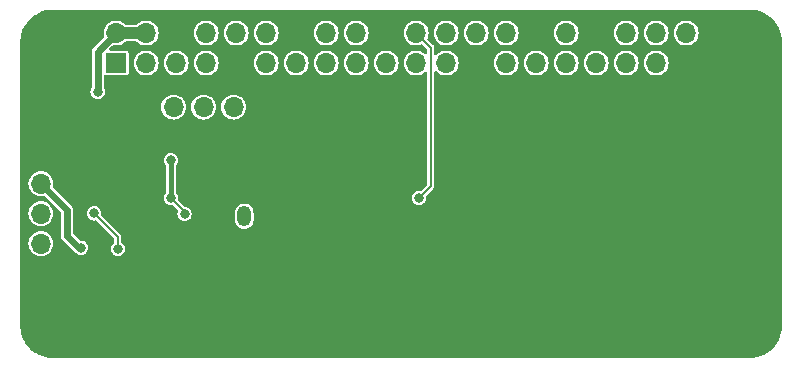
<source format=gbl>
G04 #@! TF.GenerationSoftware,KiCad,Pcbnew,7.0.7*
G04 #@! TF.CreationDate,2023-12-10T12:53:01-04:00*
G04 #@! TF.ProjectId,pi zero hat,7069207a-6572-46f2-9068-61742e6b6963,rev?*
G04 #@! TF.SameCoordinates,Original*
G04 #@! TF.FileFunction,Copper,L2,Bot*
G04 #@! TF.FilePolarity,Positive*
%FSLAX46Y46*%
G04 Gerber Fmt 4.6, Leading zero omitted, Abs format (unit mm)*
G04 Created by KiCad (PCBNEW 7.0.7) date 2023-12-10 12:53:01*
%MOMM*%
%LPD*%
G01*
G04 APERTURE LIST*
G04 Aperture macros list*
%AMRoundRect*
0 Rectangle with rounded corners*
0 $1 Rounding radius*
0 $2 $3 $4 $5 $6 $7 $8 $9 X,Y pos of 4 corners*
0 Add a 4 corners polygon primitive as box body*
4,1,4,$2,$3,$4,$5,$6,$7,$8,$9,$2,$3,0*
0 Add four circle primitives for the rounded corners*
1,1,$1+$1,$2,$3*
1,1,$1+$1,$4,$5*
1,1,$1+$1,$6,$7*
1,1,$1+$1,$8,$9*
0 Add four rect primitives between the rounded corners*
20,1,$1+$1,$2,$3,$4,$5,0*
20,1,$1+$1,$4,$5,$6,$7,0*
20,1,$1+$1,$6,$7,$8,$9,0*
20,1,$1+$1,$8,$9,$2,$3,0*%
G04 Aperture macros list end*
G04 #@! TA.AperFunction,ComponentPad*
%ADD10RoundRect,0.250000X-0.350000X-0.625000X0.350000X-0.625000X0.350000X0.625000X-0.350000X0.625000X0*%
G04 #@! TD*
G04 #@! TA.AperFunction,ComponentPad*
%ADD11O,1.200000X1.750000*%
G04 #@! TD*
G04 #@! TA.AperFunction,ComponentPad*
%ADD12R,1.700000X1.700000*%
G04 #@! TD*
G04 #@! TA.AperFunction,ComponentPad*
%ADD13O,1.700000X1.700000*%
G04 #@! TD*
G04 #@! TA.AperFunction,ViaPad*
%ADD14C,0.800000*%
G04 #@! TD*
G04 #@! TA.AperFunction,Conductor*
%ADD15C,0.200000*%
G04 #@! TD*
G04 #@! TA.AperFunction,Conductor*
%ADD16C,0.600000*%
G04 #@! TD*
G04 #@! TA.AperFunction,Conductor*
%ADD17C,1.000000*%
G04 #@! TD*
G04 #@! TA.AperFunction,Conductor*
%ADD18C,0.400000*%
G04 #@! TD*
G04 APERTURE END LIST*
D10*
X117200000Y-87750000D03*
D11*
X119200000Y-87750000D03*
D12*
X108370000Y-74770000D03*
D13*
X108370000Y-72230000D03*
X110910000Y-74770000D03*
X110910000Y-72230000D03*
X113450000Y-74770000D03*
X113450000Y-72230000D03*
X115990000Y-74770000D03*
X115990000Y-72230000D03*
X118530000Y-74770000D03*
X118530000Y-72230000D03*
X121070000Y-74770000D03*
X121070000Y-72230000D03*
X123610000Y-74770000D03*
X123610000Y-72230000D03*
X126150000Y-74770000D03*
X126150000Y-72230000D03*
X128690000Y-74770000D03*
X128690000Y-72230000D03*
X131230000Y-74770000D03*
X131230000Y-72230000D03*
X133770000Y-74770000D03*
X133770000Y-72230000D03*
X136310000Y-74770000D03*
X136310000Y-72230000D03*
X138850000Y-74770000D03*
X138850000Y-72230000D03*
X141390000Y-74770000D03*
X141390000Y-72230000D03*
X143930000Y-74770000D03*
X143930000Y-72230000D03*
X146470000Y-74770000D03*
X146470000Y-72230000D03*
X149010000Y-74770000D03*
X149010000Y-72230000D03*
X151550000Y-74770000D03*
X151550000Y-72230000D03*
X154090000Y-74770000D03*
X154090000Y-72230000D03*
X156630000Y-74770000D03*
X156630000Y-72230000D03*
D12*
X110700000Y-78500000D03*
D13*
X113240000Y-78500000D03*
X115780000Y-78500000D03*
X118320000Y-78500000D03*
D12*
X102000000Y-82450000D03*
D13*
X102000000Y-84990000D03*
X102000000Y-87530000D03*
X102000000Y-90070000D03*
D14*
X149650000Y-98750000D03*
X149950000Y-80800000D03*
X154650000Y-98750000D03*
X108050000Y-76750000D03*
X121050000Y-99200000D03*
X114150000Y-81550000D03*
X123400000Y-78800000D03*
X133920000Y-96250000D03*
X142450000Y-82550000D03*
X140300000Y-85950000D03*
X147150000Y-98750000D03*
X150850000Y-93800000D03*
X116640000Y-91580000D03*
X156250000Y-81300000D03*
X130200000Y-80900000D03*
X130300000Y-92150000D03*
X119300000Y-80700000D03*
X115950000Y-99150000D03*
X119830000Y-91230000D03*
X147800000Y-90350000D03*
X139650000Y-98750000D03*
X108450000Y-99150000D03*
X142150000Y-98750000D03*
X137900000Y-91350000D03*
X121850000Y-76550000D03*
X107600000Y-86400000D03*
X127040000Y-87450000D03*
X104050000Y-91300000D03*
X115050000Y-91580000D03*
X111550000Y-82250000D03*
X112175000Y-97995000D03*
X146400000Y-93250000D03*
X110950000Y-99150000D03*
X150650000Y-77150000D03*
X145400000Y-76800000D03*
X132700000Y-80900000D03*
X137600000Y-96400000D03*
X129200000Y-96100000D03*
X117650000Y-76350000D03*
X147550000Y-94550000D03*
X152150000Y-98750000D03*
X157000000Y-77500000D03*
X136550000Y-89500000D03*
X136350000Y-80900000D03*
X113450000Y-99150000D03*
X124400000Y-80600000D03*
X111750000Y-91230000D03*
X151250000Y-86300000D03*
X127140000Y-83080000D03*
X124400000Y-85500000D03*
X122750000Y-83550000D03*
X157150000Y-98750000D03*
X104800000Y-80200000D03*
X109075000Y-97295000D03*
X142100000Y-87200000D03*
X132500000Y-90550000D03*
X103400000Y-80200000D03*
X105650000Y-86500000D03*
X121860000Y-93380000D03*
X120100000Y-83350000D03*
X101100000Y-93000000D03*
X108300000Y-83450000D03*
X144650000Y-98750000D03*
X141800000Y-80800000D03*
X106150000Y-84100000D03*
X120850000Y-85300000D03*
X138700000Y-81000000D03*
X130400000Y-95950000D03*
X140550000Y-96500000D03*
X118450000Y-99150000D03*
X105000000Y-76800000D03*
X127800000Y-80800000D03*
X148750000Y-85900000D03*
X103200000Y-77000000D03*
X134000000Y-86200000D03*
X106800000Y-77200000D03*
X105400000Y-90400000D03*
X114159622Y-87559622D03*
X113000000Y-83000000D03*
X113000000Y-86200000D03*
X106500000Y-87500000D03*
X108500000Y-90500000D03*
D15*
X135000000Y-85200000D02*
X134000000Y-86200000D01*
X135000000Y-84150000D02*
X135000000Y-85200000D01*
X135000000Y-73460000D02*
X135000000Y-84150000D01*
X133770000Y-72230000D02*
X135000000Y-73460000D01*
D16*
X102000000Y-84990000D02*
X104200000Y-87190000D01*
X105200000Y-90400000D02*
X105400000Y-90400000D01*
X104200000Y-87190000D02*
X104200000Y-89400000D01*
X104200000Y-89400000D02*
X105200000Y-90400000D01*
D17*
X110910000Y-72230000D02*
X108370000Y-72230000D01*
D16*
X106800000Y-73800000D02*
X106800000Y-77200000D01*
X108370000Y-72230000D02*
X106800000Y-73800000D01*
D15*
X105600000Y-90200000D02*
X105400000Y-90400000D01*
X114159622Y-87359622D02*
X113000000Y-86200000D01*
X114159622Y-87759622D02*
X114159622Y-87559622D01*
D18*
X113000000Y-83000000D02*
X113000000Y-86200000D01*
D15*
X114159622Y-87559622D02*
X114159622Y-87359622D01*
X108500000Y-90500000D02*
X108500000Y-89500000D01*
X108500000Y-89500000D02*
X106500000Y-87500000D01*
G04 #@! TA.AperFunction,Conductor*
G36*
X162001735Y-70250598D02*
G01*
X162152467Y-70259062D01*
X162304376Y-70267593D01*
X162311269Y-70268369D01*
X162552899Y-70309424D01*
X162608383Y-70318852D01*
X162615167Y-70320400D01*
X162904756Y-70403829D01*
X162911320Y-70406126D01*
X163189754Y-70521456D01*
X163196002Y-70524466D01*
X163384070Y-70628407D01*
X163459771Y-70670246D01*
X163465663Y-70673948D01*
X163711441Y-70848337D01*
X163716882Y-70852675D01*
X163941591Y-71053488D01*
X163946511Y-71058408D01*
X164147324Y-71283117D01*
X164151662Y-71288558D01*
X164326051Y-71534336D01*
X164329753Y-71540228D01*
X164475529Y-71803988D01*
X164478548Y-71810257D01*
X164593872Y-72088676D01*
X164596170Y-72095243D01*
X164679599Y-72384832D01*
X164681147Y-72391616D01*
X164731628Y-72688718D01*
X164732407Y-72695632D01*
X164749402Y-72998263D01*
X164749500Y-73001740D01*
X164749500Y-96998258D01*
X164749402Y-97001735D01*
X164732407Y-97304367D01*
X164731628Y-97311281D01*
X164681147Y-97608383D01*
X164679599Y-97615167D01*
X164596170Y-97904756D01*
X164593872Y-97911323D01*
X164478548Y-98189742D01*
X164475529Y-98196011D01*
X164329753Y-98459771D01*
X164326051Y-98465663D01*
X164151662Y-98711441D01*
X164147324Y-98716882D01*
X163946511Y-98941591D01*
X163941591Y-98946511D01*
X163716882Y-99147324D01*
X163711441Y-99151662D01*
X163465663Y-99326051D01*
X163459771Y-99329753D01*
X163196011Y-99475529D01*
X163189742Y-99478548D01*
X162911323Y-99593872D01*
X162904756Y-99596170D01*
X162615167Y-99679599D01*
X162608383Y-99681147D01*
X162311281Y-99731628D01*
X162304367Y-99732407D01*
X162001735Y-99749402D01*
X161998258Y-99749500D01*
X103001742Y-99749500D01*
X102998265Y-99749402D01*
X102695632Y-99732407D01*
X102688718Y-99731628D01*
X102391616Y-99681147D01*
X102384832Y-99679599D01*
X102095243Y-99596170D01*
X102088676Y-99593872D01*
X101912307Y-99520818D01*
X101810253Y-99478546D01*
X101803988Y-99475529D01*
X101540228Y-99329753D01*
X101534336Y-99326051D01*
X101288558Y-99151662D01*
X101283117Y-99147324D01*
X101058408Y-98946511D01*
X101053488Y-98941591D01*
X100852675Y-98716882D01*
X100848337Y-98711441D01*
X100673948Y-98465663D01*
X100670246Y-98459771D01*
X100628407Y-98384070D01*
X100524466Y-98196002D01*
X100521456Y-98189754D01*
X100406126Y-97911320D01*
X100403829Y-97904756D01*
X100320400Y-97615167D01*
X100318852Y-97608383D01*
X100301998Y-97509188D01*
X100268369Y-97311269D01*
X100267593Y-97304376D01*
X100259062Y-97152467D01*
X100250598Y-97001735D01*
X100250500Y-96998258D01*
X100250500Y-96955829D01*
X100250500Y-90069999D01*
X100944417Y-90069999D01*
X100964699Y-90275932D01*
X100994733Y-90374944D01*
X101024768Y-90473954D01*
X101122315Y-90656450D01*
X101122571Y-90656762D01*
X101253589Y-90816410D01*
X101286961Y-90843797D01*
X101413550Y-90947685D01*
X101596046Y-91045232D01*
X101794066Y-91105300D01*
X101794065Y-91105300D01*
X101797944Y-91105682D01*
X102000000Y-91125583D01*
X102205934Y-91105300D01*
X102403954Y-91045232D01*
X102586450Y-90947685D01*
X102746410Y-90816410D01*
X102877685Y-90656450D01*
X102975232Y-90473954D01*
X103035300Y-90275934D01*
X103055583Y-90070000D01*
X103035300Y-89864066D01*
X102975232Y-89666046D01*
X102877685Y-89483550D01*
X102764955Y-89346187D01*
X102746410Y-89323589D01*
X102586452Y-89192317D01*
X102586453Y-89192317D01*
X102586450Y-89192315D01*
X102403954Y-89094768D01*
X102205934Y-89034700D01*
X102205932Y-89034699D01*
X102205934Y-89034699D01*
X102018463Y-89016235D01*
X102000000Y-89014417D01*
X101999999Y-89014417D01*
X101794067Y-89034699D01*
X101596043Y-89094769D01*
X101485897Y-89153643D01*
X101413550Y-89192315D01*
X101413548Y-89192316D01*
X101413547Y-89192317D01*
X101253589Y-89323589D01*
X101131663Y-89472159D01*
X101122315Y-89483550D01*
X101107108Y-89512000D01*
X101024769Y-89666043D01*
X100964699Y-89864067D01*
X100944417Y-90069999D01*
X100250500Y-90069999D01*
X100250500Y-87530000D01*
X100944417Y-87530000D01*
X100964699Y-87735932D01*
X100964700Y-87735934D01*
X101024768Y-87933954D01*
X101122315Y-88116450D01*
X101122317Y-88116452D01*
X101253589Y-88276410D01*
X101350209Y-88355702D01*
X101413550Y-88407685D01*
X101596046Y-88505232D01*
X101794066Y-88565300D01*
X101794065Y-88565300D01*
X101812529Y-88567118D01*
X102000000Y-88585583D01*
X102205934Y-88565300D01*
X102403954Y-88505232D01*
X102586450Y-88407685D01*
X102746410Y-88276410D01*
X102877685Y-88116450D01*
X102975232Y-87933954D01*
X103035300Y-87735934D01*
X103055583Y-87530000D01*
X103035300Y-87324066D01*
X102975232Y-87126046D01*
X102877685Y-86943550D01*
X102801156Y-86850298D01*
X102794528Y-86842222D01*
X102767216Y-86777912D01*
X102769917Y-86762132D01*
X102707014Y-86748449D01*
X102687777Y-86735471D01*
X102631919Y-86689630D01*
X102586450Y-86652315D01*
X102403954Y-86554768D01*
X102205934Y-86494700D01*
X102205932Y-86494699D01*
X102205934Y-86494699D01*
X102000000Y-86474417D01*
X101794067Y-86494699D01*
X101596043Y-86554769D01*
X101486618Y-86613259D01*
X101413550Y-86652315D01*
X101413548Y-86652316D01*
X101413547Y-86652317D01*
X101253589Y-86783589D01*
X101122317Y-86943547D01*
X101122315Y-86943550D01*
X101093026Y-86998346D01*
X101024769Y-87126043D01*
X100964699Y-87324067D01*
X100944417Y-87530000D01*
X100250500Y-87530000D01*
X100250500Y-84990000D01*
X100944417Y-84990000D01*
X100964699Y-85195932D01*
X100980872Y-85249247D01*
X101024768Y-85393954D01*
X101122315Y-85576450D01*
X101122317Y-85576452D01*
X101253589Y-85736410D01*
X101296613Y-85771718D01*
X101413550Y-85867685D01*
X101596046Y-85965232D01*
X101794066Y-86025300D01*
X101794065Y-86025300D01*
X101812529Y-86027118D01*
X102000000Y-86045583D01*
X102205934Y-86025300D01*
X102228069Y-86018584D01*
X102297936Y-86017959D01*
X102351749Y-86049563D01*
X102854122Y-86551936D01*
X102887607Y-86613259D01*
X102885569Y-86641755D01*
X102893702Y-86639602D01*
X102960190Y-86661075D01*
X102978063Y-86675877D01*
X103663181Y-87360995D01*
X103696666Y-87422318D01*
X103699500Y-87448676D01*
X103699500Y-89332858D01*
X103696667Y-89359206D01*
X103695641Y-89363927D01*
X103695641Y-89363929D01*
X103695641Y-89363930D01*
X103699342Y-89415669D01*
X103699500Y-89420094D01*
X103699500Y-89435799D01*
X103701734Y-89451343D01*
X103702207Y-89455740D01*
X103705909Y-89507485D01*
X103707593Y-89512000D01*
X103714148Y-89537682D01*
X103714834Y-89542455D01*
X103714835Y-89542457D01*
X103736383Y-89589642D01*
X103738071Y-89593716D01*
X103756203Y-89642329D01*
X103759096Y-89646194D01*
X103772617Y-89668983D01*
X103774619Y-89673367D01*
X103774622Y-89673371D01*
X103774623Y-89673373D01*
X103808598Y-89712583D01*
X103811362Y-89716013D01*
X103820775Y-89728588D01*
X103820782Y-89728596D01*
X103831886Y-89739700D01*
X103834896Y-89742932D01*
X103862810Y-89775147D01*
X103868871Y-89782142D01*
X103868874Y-89782145D01*
X103872928Y-89784750D01*
X103893571Y-89801385D01*
X104798614Y-90706428D01*
X104815246Y-90727066D01*
X104817854Y-90731125D01*
X104817857Y-90731128D01*
X104857067Y-90765103D01*
X104860283Y-90768097D01*
X104871407Y-90779221D01*
X104871412Y-90779224D01*
X104871417Y-90779229D01*
X104883979Y-90788633D01*
X104887427Y-90791411D01*
X104917947Y-90817856D01*
X104926627Y-90825377D01*
X104931010Y-90827379D01*
X104953807Y-90840905D01*
X104957669Y-90843796D01*
X105006289Y-90861930D01*
X105010356Y-90863615D01*
X105015865Y-90866131D01*
X105039826Y-90880543D01*
X105077260Y-90909267D01*
X105097159Y-90924536D01*
X105097161Y-90924536D01*
X105097163Y-90924538D01*
X105170198Y-90954789D01*
X105243238Y-90985044D01*
X105321619Y-90995363D01*
X105399999Y-91005682D01*
X105400000Y-91005682D01*
X105400001Y-91005682D01*
X105452253Y-90998802D01*
X105556762Y-90985044D01*
X105702841Y-90924536D01*
X105828282Y-90828282D01*
X105924536Y-90702841D01*
X105985044Y-90556762D01*
X106005682Y-90400000D01*
X105985044Y-90243238D01*
X105924536Y-90097159D01*
X105828282Y-89971718D01*
X105702841Y-89875464D01*
X105675326Y-89864067D01*
X105556762Y-89814956D01*
X105556760Y-89814955D01*
X105400002Y-89794318D01*
X105400000Y-89794318D01*
X105388395Y-89795845D01*
X105374140Y-89797722D01*
X105305105Y-89786954D01*
X105270277Y-89762463D01*
X104736819Y-89229005D01*
X104703334Y-89167682D01*
X104700500Y-89141324D01*
X104700500Y-87500001D01*
X105894318Y-87500001D01*
X105914955Y-87656760D01*
X105914956Y-87656762D01*
X105975464Y-87802841D01*
X106071718Y-87928282D01*
X106197159Y-88024536D01*
X106343238Y-88085044D01*
X106400936Y-88092640D01*
X106499999Y-88105682D01*
X106500000Y-88105682D01*
X106599061Y-88092640D01*
X106668096Y-88103405D01*
X106702927Y-88127898D01*
X108163181Y-89588152D01*
X108196666Y-89649475D01*
X108199500Y-89675833D01*
X108199500Y-89912518D01*
X108179815Y-89979557D01*
X108150986Y-90010894D01*
X108071719Y-90071716D01*
X107975463Y-90197160D01*
X107914956Y-90343237D01*
X107914955Y-90343239D01*
X107894318Y-90499998D01*
X107894318Y-90500001D01*
X107914955Y-90656760D01*
X107914956Y-90656762D01*
X107970729Y-90791411D01*
X107975464Y-90802841D01*
X108071718Y-90928282D01*
X108197159Y-91024536D01*
X108343238Y-91085044D01*
X108421619Y-91095363D01*
X108499999Y-91105682D01*
X108500000Y-91105682D01*
X108500001Y-91105682D01*
X108552253Y-91098802D01*
X108656762Y-91085044D01*
X108802841Y-91024536D01*
X108928282Y-90928282D01*
X109024536Y-90802841D01*
X109085044Y-90656762D01*
X109105682Y-90500000D01*
X109085044Y-90343238D01*
X109024536Y-90197159D01*
X108928282Y-90071718D01*
X108928280Y-90071717D01*
X108928280Y-90071716D01*
X108849014Y-90010894D01*
X108807811Y-89954466D01*
X108800500Y-89912518D01*
X108800500Y-89562838D01*
X108801095Y-89554262D01*
X108802771Y-89542239D01*
X108802773Y-89542235D01*
X108800566Y-89494490D01*
X108800500Y-89491627D01*
X108800500Y-89472159D01*
X108800499Y-89472153D01*
X108800009Y-89469533D01*
X108799016Y-89460980D01*
X108798672Y-89453538D01*
X108797585Y-89430008D01*
X108794788Y-89423675D01*
X108786332Y-89396368D01*
X108785061Y-89389567D01*
X108768736Y-89363202D01*
X108764735Y-89355612D01*
X108752206Y-89327235D01*
X108747309Y-89322338D01*
X108729563Y-89299934D01*
X108725918Y-89294047D01*
X108701172Y-89275360D01*
X108694694Y-89269723D01*
X107127897Y-87702926D01*
X107094413Y-87641604D01*
X107092640Y-87599063D01*
X107105682Y-87500000D01*
X107096472Y-87430046D01*
X107085044Y-87343239D01*
X107085044Y-87343238D01*
X107024536Y-87197159D01*
X106928282Y-87071718D01*
X106802841Y-86975464D01*
X106796257Y-86972737D01*
X106656762Y-86914956D01*
X106656760Y-86914955D01*
X106500001Y-86894318D01*
X106499999Y-86894318D01*
X106343239Y-86914955D01*
X106343237Y-86914956D01*
X106197160Y-86975463D01*
X106071718Y-87071718D01*
X105975463Y-87197160D01*
X105914956Y-87343237D01*
X105914955Y-87343239D01*
X105894318Y-87499998D01*
X105894318Y-87500001D01*
X104700500Y-87500001D01*
X104700500Y-87257143D01*
X104703334Y-87230785D01*
X104704359Y-87226073D01*
X104700658Y-87174329D01*
X104700500Y-87169904D01*
X104700500Y-87154201D01*
X104698264Y-87138657D01*
X104697791Y-87134254D01*
X104697204Y-87126043D01*
X104694091Y-87082517D01*
X104692407Y-87078002D01*
X104685850Y-87052312D01*
X104685165Y-87047543D01*
X104679475Y-87035085D01*
X104663616Y-87000359D01*
X104661932Y-86996295D01*
X104643796Y-86947669D01*
X104640905Y-86943807D01*
X104627379Y-86921010D01*
X104625377Y-86916627D01*
X104617856Y-86907947D01*
X104591411Y-86877427D01*
X104588633Y-86873979D01*
X104579229Y-86861417D01*
X104579224Y-86861412D01*
X104579221Y-86861407D01*
X104568097Y-86850283D01*
X104565103Y-86847067D01*
X104531128Y-86807857D01*
X104531125Y-86807854D01*
X104527066Y-86805246D01*
X104506428Y-86788614D01*
X103917815Y-86200001D01*
X112394318Y-86200001D01*
X112414955Y-86356760D01*
X112414956Y-86356762D01*
X112475464Y-86502841D01*
X112571718Y-86628282D01*
X112697159Y-86724536D01*
X112843238Y-86785044D01*
X112900936Y-86792640D01*
X112999999Y-86805682D01*
X113000000Y-86805682D01*
X113099061Y-86792640D01*
X113168096Y-86803405D01*
X113202927Y-86827898D01*
X113575539Y-87200510D01*
X113609024Y-87261833D01*
X113604040Y-87331525D01*
X113602420Y-87335642D01*
X113574578Y-87402860D01*
X113574577Y-87402861D01*
X113553940Y-87559620D01*
X113553940Y-87559623D01*
X113574577Y-87716382D01*
X113574578Y-87716384D01*
X113635086Y-87862463D01*
X113731340Y-87987904D01*
X113856781Y-88084158D01*
X114002860Y-88144666D01*
X114081241Y-88154985D01*
X114159621Y-88165304D01*
X114159622Y-88165304D01*
X114159623Y-88165304D01*
X114211875Y-88158424D01*
X114316384Y-88144666D01*
X114462463Y-88084158D01*
X114480966Y-88069960D01*
X118399500Y-88069960D01*
X118414630Y-88204249D01*
X118414631Y-88204254D01*
X118474211Y-88374523D01*
X118556340Y-88505230D01*
X118570184Y-88527262D01*
X118697738Y-88654816D01*
X118850478Y-88750789D01*
X119020745Y-88810368D01*
X119020750Y-88810369D01*
X119199996Y-88830565D01*
X119200000Y-88830565D01*
X119200004Y-88830565D01*
X119379249Y-88810369D01*
X119379252Y-88810368D01*
X119379255Y-88810368D01*
X119549522Y-88750789D01*
X119702262Y-88654816D01*
X119829816Y-88527262D01*
X119925789Y-88374522D01*
X119985368Y-88204255D01*
X120000500Y-88069954D01*
X120000500Y-87430046D01*
X119990719Y-87343237D01*
X119985369Y-87295750D01*
X119985368Y-87295745D01*
X119967196Y-87243812D01*
X119925789Y-87125478D01*
X119829816Y-86972738D01*
X119702262Y-86845184D01*
X119674752Y-86827898D01*
X119549523Y-86749211D01*
X119379254Y-86689631D01*
X119379249Y-86689630D01*
X119200004Y-86669435D01*
X119199996Y-86669435D01*
X119020750Y-86689630D01*
X119020745Y-86689631D01*
X118850476Y-86749211D01*
X118697737Y-86845184D01*
X118570184Y-86972737D01*
X118474211Y-87125476D01*
X118414631Y-87295745D01*
X118414630Y-87295750D01*
X118399500Y-87430039D01*
X118399500Y-88069960D01*
X114480966Y-88069960D01*
X114587904Y-87987904D01*
X114684158Y-87862463D01*
X114744666Y-87716384D01*
X114765304Y-87559622D01*
X114757454Y-87499998D01*
X114744666Y-87402861D01*
X114744666Y-87402860D01*
X114684158Y-87256781D01*
X114587904Y-87131340D01*
X114462463Y-87035086D01*
X114316384Y-86974578D01*
X114258575Y-86966967D01*
X114223566Y-86962358D01*
X114159670Y-86934091D01*
X114152071Y-86927100D01*
X113627898Y-86402927D01*
X113594413Y-86341604D01*
X113592640Y-86299063D01*
X113605682Y-86200000D01*
X113585044Y-86043238D01*
X113524536Y-85897159D01*
X113524535Y-85897158D01*
X113524535Y-85897157D01*
X113426123Y-85768903D01*
X113400929Y-85703734D01*
X113400499Y-85693417D01*
X113400499Y-83506582D01*
X113420184Y-83439543D01*
X113426123Y-83431096D01*
X113524535Y-83302842D01*
X113524534Y-83302842D01*
X113524536Y-83302841D01*
X113585044Y-83156762D01*
X113605682Y-83000000D01*
X113585044Y-82843238D01*
X113524536Y-82697159D01*
X113428282Y-82571718D01*
X113302841Y-82475464D01*
X113156762Y-82414956D01*
X113156760Y-82414955D01*
X113000001Y-82394318D01*
X112999999Y-82394318D01*
X112843239Y-82414955D01*
X112843237Y-82414956D01*
X112697160Y-82475463D01*
X112571718Y-82571718D01*
X112475463Y-82697160D01*
X112414956Y-82843237D01*
X112414955Y-82843239D01*
X112394318Y-82999998D01*
X112394318Y-83000001D01*
X112414955Y-83156760D01*
X112414956Y-83156762D01*
X112475464Y-83302841D01*
X112571718Y-83428282D01*
X112571720Y-83428283D01*
X112573876Y-83431093D01*
X112599070Y-83496263D01*
X112599500Y-83506580D01*
X112599500Y-85693419D01*
X112579815Y-85760458D01*
X112573876Y-85768905D01*
X112475464Y-85897157D01*
X112414956Y-86043237D01*
X112414955Y-86043239D01*
X112394318Y-86199998D01*
X112394318Y-86200001D01*
X103917815Y-86200001D01*
X103059563Y-85341749D01*
X103026078Y-85280426D01*
X103028585Y-85218069D01*
X103035300Y-85195934D01*
X103055583Y-84990000D01*
X103035300Y-84784066D01*
X102975232Y-84586046D01*
X102877685Y-84403550D01*
X102825702Y-84340209D01*
X102746410Y-84243589D01*
X102586452Y-84112317D01*
X102586453Y-84112317D01*
X102586450Y-84112315D01*
X102403954Y-84014768D01*
X102205934Y-83954700D01*
X102205932Y-83954699D01*
X102205934Y-83954699D01*
X102018463Y-83936235D01*
X102000000Y-83934417D01*
X101999999Y-83934417D01*
X101794067Y-83954699D01*
X101596043Y-84014769D01*
X101485898Y-84073643D01*
X101413550Y-84112315D01*
X101413548Y-84112316D01*
X101413547Y-84112317D01*
X101253589Y-84243589D01*
X101122317Y-84403547D01*
X101024769Y-84586043D01*
X100964699Y-84784067D01*
X100944417Y-84990000D01*
X100250500Y-84990000D01*
X100250500Y-84989999D01*
X100250500Y-78499999D01*
X112184417Y-78499999D01*
X112204699Y-78705932D01*
X112204700Y-78705934D01*
X112264768Y-78903954D01*
X112362315Y-79086450D01*
X112362317Y-79086452D01*
X112493589Y-79246410D01*
X112590209Y-79325702D01*
X112653550Y-79377685D01*
X112836046Y-79475232D01*
X113034066Y-79535300D01*
X113034065Y-79535300D01*
X113054347Y-79537297D01*
X113240000Y-79555583D01*
X113445934Y-79535300D01*
X113643954Y-79475232D01*
X113826450Y-79377685D01*
X113986410Y-79246410D01*
X114117685Y-79086450D01*
X114215232Y-78903954D01*
X114275300Y-78705934D01*
X114295583Y-78500000D01*
X114295583Y-78499999D01*
X114724417Y-78499999D01*
X114744699Y-78705932D01*
X114744700Y-78705934D01*
X114804768Y-78903954D01*
X114902315Y-79086450D01*
X114902317Y-79086452D01*
X115033589Y-79246410D01*
X115130209Y-79325702D01*
X115193550Y-79377685D01*
X115376046Y-79475232D01*
X115574066Y-79535300D01*
X115574065Y-79535300D01*
X115592529Y-79537118D01*
X115780000Y-79555583D01*
X115985934Y-79535300D01*
X116183954Y-79475232D01*
X116366450Y-79377685D01*
X116526410Y-79246410D01*
X116657685Y-79086450D01*
X116755232Y-78903954D01*
X116815300Y-78705934D01*
X116835583Y-78500000D01*
X116835583Y-78499999D01*
X117264417Y-78499999D01*
X117284699Y-78705932D01*
X117284700Y-78705934D01*
X117344768Y-78903954D01*
X117442315Y-79086450D01*
X117442317Y-79086452D01*
X117573589Y-79246410D01*
X117670209Y-79325702D01*
X117733550Y-79377685D01*
X117916046Y-79475232D01*
X118114066Y-79535300D01*
X118114065Y-79535300D01*
X118134347Y-79537297D01*
X118320000Y-79555583D01*
X118525934Y-79535300D01*
X118723954Y-79475232D01*
X118906450Y-79377685D01*
X119066410Y-79246410D01*
X119197685Y-79086450D01*
X119295232Y-78903954D01*
X119355300Y-78705934D01*
X119375583Y-78500000D01*
X119355300Y-78294066D01*
X119295232Y-78096046D01*
X119197685Y-77913550D01*
X119109161Y-77805682D01*
X119066410Y-77753589D01*
X118948677Y-77656969D01*
X118906450Y-77622315D01*
X118723954Y-77524768D01*
X118525934Y-77464700D01*
X118525932Y-77464699D01*
X118525934Y-77464699D01*
X118320000Y-77444417D01*
X118114067Y-77464699D01*
X117916043Y-77524769D01*
X117805897Y-77583643D01*
X117733550Y-77622315D01*
X117733548Y-77622316D01*
X117733547Y-77622317D01*
X117573589Y-77753589D01*
X117442317Y-77913547D01*
X117344769Y-78096043D01*
X117284699Y-78294067D01*
X117264417Y-78499999D01*
X116835583Y-78499999D01*
X116815300Y-78294066D01*
X116755232Y-78096046D01*
X116657685Y-77913550D01*
X116569161Y-77805682D01*
X116526410Y-77753589D01*
X116408677Y-77656969D01*
X116366450Y-77622315D01*
X116183954Y-77524768D01*
X115985934Y-77464700D01*
X115985932Y-77464699D01*
X115985934Y-77464699D01*
X115798463Y-77446235D01*
X115780000Y-77444417D01*
X115779999Y-77444417D01*
X115574067Y-77464699D01*
X115376043Y-77524769D01*
X115265897Y-77583643D01*
X115193550Y-77622315D01*
X115193548Y-77622316D01*
X115193547Y-77622317D01*
X115033589Y-77753589D01*
X114902317Y-77913547D01*
X114804769Y-78096043D01*
X114744699Y-78294067D01*
X114724417Y-78499999D01*
X114295583Y-78499999D01*
X114275300Y-78294066D01*
X114215232Y-78096046D01*
X114117685Y-77913550D01*
X114029161Y-77805682D01*
X113986410Y-77753589D01*
X113868677Y-77656969D01*
X113826450Y-77622315D01*
X113643954Y-77524768D01*
X113445934Y-77464700D01*
X113445932Y-77464699D01*
X113445934Y-77464699D01*
X113240000Y-77444417D01*
X113034067Y-77464699D01*
X112836043Y-77524769D01*
X112725898Y-77583643D01*
X112653550Y-77622315D01*
X112653548Y-77622316D01*
X112653547Y-77622317D01*
X112493589Y-77753589D01*
X112362317Y-77913547D01*
X112264769Y-78096043D01*
X112204699Y-78294067D01*
X112184417Y-78499999D01*
X100250500Y-78499999D01*
X100250500Y-77200001D01*
X106194318Y-77200001D01*
X106214955Y-77356760D01*
X106214956Y-77356762D01*
X106275464Y-77502841D01*
X106371718Y-77628282D01*
X106497159Y-77724536D01*
X106643238Y-77785044D01*
X106721619Y-77795363D01*
X106799999Y-77805682D01*
X106800000Y-77805682D01*
X106800001Y-77805682D01*
X106852253Y-77798802D01*
X106956762Y-77785044D01*
X107102841Y-77724536D01*
X107228282Y-77628282D01*
X107324536Y-77502841D01*
X107385044Y-77356762D01*
X107405682Y-77200000D01*
X107385044Y-77043238D01*
X107324536Y-76897159D01*
X107324534Y-76897156D01*
X107320472Y-76890119D01*
X107322213Y-76889113D01*
X107300930Y-76834057D01*
X107300500Y-76823742D01*
X107300500Y-75931857D01*
X107320183Y-75864822D01*
X107372987Y-75819067D01*
X107442146Y-75809123D01*
X107448691Y-75810244D01*
X107500249Y-75820500D01*
X107500252Y-75820500D01*
X109239750Y-75820500D01*
X109239751Y-75820499D01*
X109254568Y-75817552D01*
X109298229Y-75808868D01*
X109298229Y-75808867D01*
X109298231Y-75808867D01*
X109364552Y-75764552D01*
X109408867Y-75698231D01*
X109408867Y-75698229D01*
X109408868Y-75698229D01*
X109420499Y-75639752D01*
X109420500Y-75639750D01*
X109420500Y-74770000D01*
X109854417Y-74770000D01*
X109874699Y-74975932D01*
X109874700Y-74975934D01*
X109934768Y-75173954D01*
X110032315Y-75356450D01*
X110032317Y-75356452D01*
X110163589Y-75516410D01*
X110221708Y-75564106D01*
X110323550Y-75647685D01*
X110506046Y-75745232D01*
X110704066Y-75805300D01*
X110704065Y-75805300D01*
X110724347Y-75807297D01*
X110910000Y-75825583D01*
X111115934Y-75805300D01*
X111313954Y-75745232D01*
X111496450Y-75647685D01*
X111656410Y-75516410D01*
X111787685Y-75356450D01*
X111885232Y-75173954D01*
X111945300Y-74975934D01*
X111965583Y-74770000D01*
X112394417Y-74770000D01*
X112414699Y-74975932D01*
X112414700Y-74975934D01*
X112474768Y-75173954D01*
X112572315Y-75356450D01*
X112572317Y-75356452D01*
X112703589Y-75516410D01*
X112761708Y-75564106D01*
X112863550Y-75647685D01*
X113046046Y-75745232D01*
X113244066Y-75805300D01*
X113244065Y-75805300D01*
X113262529Y-75807118D01*
X113450000Y-75825583D01*
X113655934Y-75805300D01*
X113853954Y-75745232D01*
X114036450Y-75647685D01*
X114196410Y-75516410D01*
X114327685Y-75356450D01*
X114425232Y-75173954D01*
X114485300Y-74975934D01*
X114505583Y-74770000D01*
X114505583Y-74769999D01*
X114934417Y-74769999D01*
X114954699Y-74975932D01*
X114954700Y-74975934D01*
X115014768Y-75173954D01*
X115112315Y-75356450D01*
X115112317Y-75356452D01*
X115243589Y-75516410D01*
X115301708Y-75564106D01*
X115403550Y-75647685D01*
X115586046Y-75745232D01*
X115784066Y-75805300D01*
X115784065Y-75805300D01*
X115804347Y-75807297D01*
X115990000Y-75825583D01*
X116195934Y-75805300D01*
X116393954Y-75745232D01*
X116576450Y-75647685D01*
X116736410Y-75516410D01*
X116867685Y-75356450D01*
X116965232Y-75173954D01*
X117025300Y-74975934D01*
X117045583Y-74770000D01*
X120014417Y-74770000D01*
X120034699Y-74975932D01*
X120034700Y-74975934D01*
X120094768Y-75173954D01*
X120192315Y-75356450D01*
X120192317Y-75356452D01*
X120323589Y-75516410D01*
X120381708Y-75564106D01*
X120483550Y-75647685D01*
X120666046Y-75745232D01*
X120864066Y-75805300D01*
X120864065Y-75805300D01*
X120882529Y-75807118D01*
X121070000Y-75825583D01*
X121275934Y-75805300D01*
X121473954Y-75745232D01*
X121656450Y-75647685D01*
X121816410Y-75516410D01*
X121947685Y-75356450D01*
X122045232Y-75173954D01*
X122105300Y-74975934D01*
X122125583Y-74770000D01*
X122125583Y-74769999D01*
X122554417Y-74769999D01*
X122574699Y-74975932D01*
X122574700Y-74975934D01*
X122634768Y-75173954D01*
X122732315Y-75356450D01*
X122732317Y-75356452D01*
X122863589Y-75516410D01*
X122921708Y-75564106D01*
X123023550Y-75647685D01*
X123206046Y-75745232D01*
X123404066Y-75805300D01*
X123404065Y-75805300D01*
X123422529Y-75807118D01*
X123610000Y-75825583D01*
X123815934Y-75805300D01*
X124013954Y-75745232D01*
X124196450Y-75647685D01*
X124356410Y-75516410D01*
X124487685Y-75356450D01*
X124585232Y-75173954D01*
X124645300Y-74975934D01*
X124665583Y-74770000D01*
X124665583Y-74769999D01*
X125094417Y-74769999D01*
X125114699Y-74975932D01*
X125114700Y-74975934D01*
X125174768Y-75173954D01*
X125272315Y-75356450D01*
X125272317Y-75356452D01*
X125403589Y-75516410D01*
X125461708Y-75564106D01*
X125563550Y-75647685D01*
X125746046Y-75745232D01*
X125944066Y-75805300D01*
X125944065Y-75805300D01*
X125962529Y-75807118D01*
X126150000Y-75825583D01*
X126355934Y-75805300D01*
X126553954Y-75745232D01*
X126736450Y-75647685D01*
X126896410Y-75516410D01*
X127027685Y-75356450D01*
X127125232Y-75173954D01*
X127185300Y-74975934D01*
X127205583Y-74770000D01*
X127634417Y-74770000D01*
X127654699Y-74975932D01*
X127654700Y-74975934D01*
X127714768Y-75173954D01*
X127812315Y-75356450D01*
X127812317Y-75356452D01*
X127943589Y-75516410D01*
X128001708Y-75564106D01*
X128103550Y-75647685D01*
X128286046Y-75745232D01*
X128484066Y-75805300D01*
X128484065Y-75805300D01*
X128504347Y-75807297D01*
X128690000Y-75825583D01*
X128895934Y-75805300D01*
X129093954Y-75745232D01*
X129276450Y-75647685D01*
X129436410Y-75516410D01*
X129567685Y-75356450D01*
X129665232Y-75173954D01*
X129725300Y-74975934D01*
X129745583Y-74770000D01*
X130174417Y-74770000D01*
X130194699Y-74975932D01*
X130194700Y-74975934D01*
X130254768Y-75173954D01*
X130352315Y-75356450D01*
X130352317Y-75356452D01*
X130483589Y-75516410D01*
X130541708Y-75564106D01*
X130643550Y-75647685D01*
X130826046Y-75745232D01*
X131024066Y-75805300D01*
X131024065Y-75805300D01*
X131042529Y-75807118D01*
X131230000Y-75825583D01*
X131435934Y-75805300D01*
X131633954Y-75745232D01*
X131816450Y-75647685D01*
X131976410Y-75516410D01*
X132107685Y-75356450D01*
X132205232Y-75173954D01*
X132265300Y-74975934D01*
X132285583Y-74770000D01*
X132285583Y-74769999D01*
X132714417Y-74769999D01*
X132734699Y-74975932D01*
X132734700Y-74975934D01*
X132794768Y-75173954D01*
X132892315Y-75356450D01*
X132892317Y-75356452D01*
X133023589Y-75516410D01*
X133081708Y-75564106D01*
X133183550Y-75647685D01*
X133366046Y-75745232D01*
X133564066Y-75805300D01*
X133564065Y-75805300D01*
X133584347Y-75807297D01*
X133770000Y-75825583D01*
X133975934Y-75805300D01*
X134173954Y-75745232D01*
X134356450Y-75647685D01*
X134496834Y-75532475D01*
X134561145Y-75505162D01*
X134630013Y-75516953D01*
X134681573Y-75564106D01*
X134699500Y-75628328D01*
X134699500Y-85024166D01*
X134679815Y-85091205D01*
X134663181Y-85111847D01*
X134202926Y-85572101D01*
X134141603Y-85605586D01*
X134099060Y-85607359D01*
X134000001Y-85594318D01*
X133999999Y-85594318D01*
X133843239Y-85614955D01*
X133843237Y-85614956D01*
X133697160Y-85675463D01*
X133571718Y-85771718D01*
X133475463Y-85897160D01*
X133414956Y-86043237D01*
X133414955Y-86043239D01*
X133394318Y-86199998D01*
X133394318Y-86200001D01*
X133414955Y-86356760D01*
X133414956Y-86356762D01*
X133475464Y-86502841D01*
X133571718Y-86628282D01*
X133697159Y-86724536D01*
X133843238Y-86785044D01*
X133900936Y-86792640D01*
X133999999Y-86805682D01*
X134000000Y-86805682D01*
X134000001Y-86805682D01*
X134058032Y-86798042D01*
X134156762Y-86785044D01*
X134302841Y-86724536D01*
X134428282Y-86628282D01*
X134524536Y-86502841D01*
X134585044Y-86356762D01*
X134605682Y-86200000D01*
X134592640Y-86100937D01*
X134603405Y-86031903D01*
X134627895Y-85997075D01*
X135168063Y-85456907D01*
X135174536Y-85451276D01*
X135184224Y-85443959D01*
X135184228Y-85443958D01*
X135216449Y-85408611D01*
X135218357Y-85406613D01*
X135232175Y-85392797D01*
X135233692Y-85390581D01*
X135239017Y-85383856D01*
X135259916Y-85360933D01*
X135262415Y-85354480D01*
X135275750Y-85329183D01*
X135275766Y-85329158D01*
X135279657Y-85323480D01*
X135286757Y-85293285D01*
X135289294Y-85285094D01*
X135300500Y-85256173D01*
X135300500Y-85249247D01*
X135303794Y-85220855D01*
X135305379Y-85214118D01*
X135301094Y-85183405D01*
X135300500Y-85174831D01*
X135300500Y-75542390D01*
X135320185Y-75475351D01*
X135372989Y-75429596D01*
X135442147Y-75419652D01*
X135505703Y-75448677D01*
X135520354Y-75463726D01*
X135563589Y-75516410D01*
X135621708Y-75564106D01*
X135723550Y-75647685D01*
X135906046Y-75745232D01*
X136104066Y-75805300D01*
X136104065Y-75805300D01*
X136122529Y-75807118D01*
X136310000Y-75825583D01*
X136515934Y-75805300D01*
X136713954Y-75745232D01*
X136896450Y-75647685D01*
X137056410Y-75516410D01*
X137187685Y-75356450D01*
X137285232Y-75173954D01*
X137345300Y-74975934D01*
X137365583Y-74770000D01*
X137365583Y-74769999D01*
X140334417Y-74769999D01*
X140354699Y-74975932D01*
X140354700Y-74975934D01*
X140414768Y-75173954D01*
X140512315Y-75356450D01*
X140512317Y-75356452D01*
X140643589Y-75516410D01*
X140701708Y-75564106D01*
X140803550Y-75647685D01*
X140986046Y-75745232D01*
X141184066Y-75805300D01*
X141184065Y-75805300D01*
X141202529Y-75807118D01*
X141390000Y-75825583D01*
X141595934Y-75805300D01*
X141793954Y-75745232D01*
X141976450Y-75647685D01*
X142136410Y-75516410D01*
X142267685Y-75356450D01*
X142365232Y-75173954D01*
X142425300Y-74975934D01*
X142445583Y-74770000D01*
X142445583Y-74769999D01*
X142874417Y-74769999D01*
X142894699Y-74975932D01*
X142894700Y-74975934D01*
X142954768Y-75173954D01*
X143052315Y-75356450D01*
X143052317Y-75356452D01*
X143183589Y-75516410D01*
X143241708Y-75564106D01*
X143343550Y-75647685D01*
X143526046Y-75745232D01*
X143724066Y-75805300D01*
X143724065Y-75805300D01*
X143742529Y-75807118D01*
X143930000Y-75825583D01*
X144135934Y-75805300D01*
X144333954Y-75745232D01*
X144516450Y-75647685D01*
X144676410Y-75516410D01*
X144807685Y-75356450D01*
X144905232Y-75173954D01*
X144965300Y-74975934D01*
X144985583Y-74770000D01*
X145414417Y-74770000D01*
X145434699Y-74975932D01*
X145434700Y-74975934D01*
X145494768Y-75173954D01*
X145592315Y-75356450D01*
X145592317Y-75356452D01*
X145723589Y-75516410D01*
X145781708Y-75564106D01*
X145883550Y-75647685D01*
X146066046Y-75745232D01*
X146264066Y-75805300D01*
X146264065Y-75805300D01*
X146282529Y-75807118D01*
X146470000Y-75825583D01*
X146675934Y-75805300D01*
X146873954Y-75745232D01*
X147056450Y-75647685D01*
X147216410Y-75516410D01*
X147347685Y-75356450D01*
X147445232Y-75173954D01*
X147505300Y-74975934D01*
X147525583Y-74770000D01*
X147954417Y-74770000D01*
X147974699Y-74975932D01*
X147974700Y-74975934D01*
X148034768Y-75173954D01*
X148132315Y-75356450D01*
X148132317Y-75356452D01*
X148263589Y-75516410D01*
X148321708Y-75564106D01*
X148423550Y-75647685D01*
X148606046Y-75745232D01*
X148804066Y-75805300D01*
X148804065Y-75805300D01*
X148822529Y-75807118D01*
X149010000Y-75825583D01*
X149215934Y-75805300D01*
X149413954Y-75745232D01*
X149596450Y-75647685D01*
X149756410Y-75516410D01*
X149887685Y-75356450D01*
X149985232Y-75173954D01*
X150045300Y-74975934D01*
X150065583Y-74770000D01*
X150065583Y-74769999D01*
X150494417Y-74769999D01*
X150514699Y-74975932D01*
X150514700Y-74975934D01*
X150574768Y-75173954D01*
X150672315Y-75356450D01*
X150672317Y-75356452D01*
X150803589Y-75516410D01*
X150861708Y-75564106D01*
X150963550Y-75647685D01*
X151146046Y-75745232D01*
X151344066Y-75805300D01*
X151344065Y-75805300D01*
X151364347Y-75807297D01*
X151550000Y-75825583D01*
X151755934Y-75805300D01*
X151953954Y-75745232D01*
X152136450Y-75647685D01*
X152296410Y-75516410D01*
X152427685Y-75356450D01*
X152525232Y-75173954D01*
X152585300Y-74975934D01*
X152605583Y-74770000D01*
X153034417Y-74770000D01*
X153054699Y-74975932D01*
X153054700Y-74975934D01*
X153114768Y-75173954D01*
X153212315Y-75356450D01*
X153212317Y-75356452D01*
X153343589Y-75516410D01*
X153401708Y-75564106D01*
X153503550Y-75647685D01*
X153686046Y-75745232D01*
X153884066Y-75805300D01*
X153884065Y-75805300D01*
X153902529Y-75807118D01*
X154090000Y-75825583D01*
X154295934Y-75805300D01*
X154493954Y-75745232D01*
X154676450Y-75647685D01*
X154836410Y-75516410D01*
X154967685Y-75356450D01*
X155065232Y-75173954D01*
X155125300Y-74975934D01*
X155145583Y-74770000D01*
X155125300Y-74564066D01*
X155065232Y-74366046D01*
X154967685Y-74183550D01*
X154883765Y-74081292D01*
X154836410Y-74023589D01*
X154686121Y-73900252D01*
X154676450Y-73892315D01*
X154493954Y-73794768D01*
X154295934Y-73734700D01*
X154295932Y-73734699D01*
X154295934Y-73734699D01*
X154108463Y-73716235D01*
X154090000Y-73714417D01*
X154089999Y-73714417D01*
X153884067Y-73734699D01*
X153686043Y-73794769D01*
X153608778Y-73836069D01*
X153503550Y-73892315D01*
X153503548Y-73892316D01*
X153503547Y-73892317D01*
X153343589Y-74023589D01*
X153212317Y-74183547D01*
X153114769Y-74366043D01*
X153054699Y-74564067D01*
X153034417Y-74770000D01*
X152605583Y-74770000D01*
X152585300Y-74564066D01*
X152525232Y-74366046D01*
X152427685Y-74183550D01*
X152343765Y-74081292D01*
X152296410Y-74023589D01*
X152146121Y-73900252D01*
X152136450Y-73892315D01*
X151953954Y-73794768D01*
X151755934Y-73734700D01*
X151755932Y-73734699D01*
X151755934Y-73734699D01*
X151568463Y-73716235D01*
X151550000Y-73714417D01*
X151549999Y-73714417D01*
X151344067Y-73734699D01*
X151146043Y-73794769D01*
X151068778Y-73836069D01*
X150963550Y-73892315D01*
X150963548Y-73892316D01*
X150963547Y-73892317D01*
X150803589Y-74023589D01*
X150672317Y-74183547D01*
X150574769Y-74366043D01*
X150514699Y-74564067D01*
X150494417Y-74769999D01*
X150065583Y-74769999D01*
X150045300Y-74564066D01*
X149985232Y-74366046D01*
X149887685Y-74183550D01*
X149803765Y-74081292D01*
X149756410Y-74023589D01*
X149606121Y-73900252D01*
X149596450Y-73892315D01*
X149413954Y-73794768D01*
X149215934Y-73734700D01*
X149215932Y-73734699D01*
X149215934Y-73734699D01*
X149010000Y-73714417D01*
X148804067Y-73734699D01*
X148606043Y-73794769D01*
X148528778Y-73836069D01*
X148423550Y-73892315D01*
X148423548Y-73892316D01*
X148423547Y-73892317D01*
X148263589Y-74023589D01*
X148132317Y-74183547D01*
X148034769Y-74366043D01*
X147974699Y-74564067D01*
X147954417Y-74770000D01*
X147525583Y-74770000D01*
X147505300Y-74564066D01*
X147445232Y-74366046D01*
X147347685Y-74183550D01*
X147263765Y-74081292D01*
X147216410Y-74023589D01*
X147066121Y-73900252D01*
X147056450Y-73892315D01*
X146873954Y-73794768D01*
X146675934Y-73734700D01*
X146675932Y-73734699D01*
X146675934Y-73734699D01*
X146470000Y-73714417D01*
X146264067Y-73734699D01*
X146066043Y-73794769D01*
X145988778Y-73836069D01*
X145883550Y-73892315D01*
X145883548Y-73892316D01*
X145883547Y-73892317D01*
X145723589Y-74023589D01*
X145592317Y-74183547D01*
X145494769Y-74366043D01*
X145434699Y-74564067D01*
X145414417Y-74770000D01*
X144985583Y-74770000D01*
X144965300Y-74564066D01*
X144905232Y-74366046D01*
X144807685Y-74183550D01*
X144723765Y-74081292D01*
X144676410Y-74023589D01*
X144526121Y-73900252D01*
X144516450Y-73892315D01*
X144333954Y-73794768D01*
X144135934Y-73734700D01*
X144135932Y-73734699D01*
X144135934Y-73734699D01*
X143930000Y-73714417D01*
X143724067Y-73734699D01*
X143526043Y-73794769D01*
X143448778Y-73836069D01*
X143343550Y-73892315D01*
X143343548Y-73892316D01*
X143343547Y-73892317D01*
X143183589Y-74023589D01*
X143052317Y-74183547D01*
X142954769Y-74366043D01*
X142894699Y-74564067D01*
X142874417Y-74769999D01*
X142445583Y-74769999D01*
X142425300Y-74564066D01*
X142365232Y-74366046D01*
X142267685Y-74183550D01*
X142183765Y-74081292D01*
X142136410Y-74023589D01*
X141986121Y-73900252D01*
X141976450Y-73892315D01*
X141793954Y-73794768D01*
X141595934Y-73734700D01*
X141595932Y-73734699D01*
X141595934Y-73734699D01*
X141390000Y-73714417D01*
X141184067Y-73734699D01*
X140986043Y-73794769D01*
X140908778Y-73836069D01*
X140803550Y-73892315D01*
X140803548Y-73892316D01*
X140803547Y-73892317D01*
X140643589Y-74023589D01*
X140512317Y-74183547D01*
X140414769Y-74366043D01*
X140354699Y-74564067D01*
X140334417Y-74769999D01*
X137365583Y-74769999D01*
X137345300Y-74564066D01*
X137285232Y-74366046D01*
X137187685Y-74183550D01*
X137103765Y-74081292D01*
X137056410Y-74023589D01*
X136906121Y-73900252D01*
X136896450Y-73892315D01*
X136713954Y-73794768D01*
X136515934Y-73734700D01*
X136515932Y-73734699D01*
X136515934Y-73734699D01*
X136328463Y-73716235D01*
X136310000Y-73714417D01*
X136309999Y-73714417D01*
X136104067Y-73734699D01*
X135906043Y-73794769D01*
X135828778Y-73836069D01*
X135723550Y-73892315D01*
X135723548Y-73892316D01*
X135723547Y-73892317D01*
X135563589Y-74023590D01*
X135520353Y-74076274D01*
X135462608Y-74115608D01*
X135392763Y-74117479D01*
X135332995Y-74081292D01*
X135302279Y-74018536D01*
X135300500Y-73997609D01*
X135300500Y-73522839D01*
X135301095Y-73514263D01*
X135302771Y-73502240D01*
X135302773Y-73502236D01*
X135300566Y-73454491D01*
X135300500Y-73451628D01*
X135300500Y-73432159D01*
X135300499Y-73432153D01*
X135300009Y-73429533D01*
X135299016Y-73420980D01*
X135298872Y-73417857D01*
X135297585Y-73390009D01*
X135294788Y-73383676D01*
X135286332Y-73356370D01*
X135285061Y-73349567D01*
X135268738Y-73323205D01*
X135264731Y-73315602D01*
X135252207Y-73287237D01*
X135252206Y-73287236D01*
X135252206Y-73287235D01*
X135247309Y-73282338D01*
X135229563Y-73259934D01*
X135228727Y-73258584D01*
X135225919Y-73254048D01*
X135201171Y-73235359D01*
X135194694Y-73229723D01*
X134759298Y-72794327D01*
X134725813Y-72733004D01*
X134730797Y-72663312D01*
X134737618Y-72648197D01*
X134745232Y-72633954D01*
X134805300Y-72435934D01*
X134825583Y-72230000D01*
X135254417Y-72230000D01*
X135274699Y-72435932D01*
X135274700Y-72435934D01*
X135334768Y-72633954D01*
X135432315Y-72816450D01*
X135432317Y-72816452D01*
X135563589Y-72976410D01*
X135660209Y-73055702D01*
X135723550Y-73107685D01*
X135906046Y-73205232D01*
X136104066Y-73265300D01*
X136104065Y-73265300D01*
X136124347Y-73267297D01*
X136310000Y-73285583D01*
X136515934Y-73265300D01*
X136713954Y-73205232D01*
X136896450Y-73107685D01*
X137056410Y-72976410D01*
X137187685Y-72816450D01*
X137285232Y-72633954D01*
X137345300Y-72435934D01*
X137365583Y-72230000D01*
X137794417Y-72230000D01*
X137814699Y-72435932D01*
X137814700Y-72435934D01*
X137874768Y-72633954D01*
X137972315Y-72816450D01*
X137972317Y-72816452D01*
X138103589Y-72976410D01*
X138200209Y-73055702D01*
X138263550Y-73107685D01*
X138446046Y-73205232D01*
X138644066Y-73265300D01*
X138644065Y-73265300D01*
X138662529Y-73267118D01*
X138850000Y-73285583D01*
X139055934Y-73265300D01*
X139253954Y-73205232D01*
X139436450Y-73107685D01*
X139596410Y-72976410D01*
X139727685Y-72816450D01*
X139825232Y-72633954D01*
X139885300Y-72435934D01*
X139905583Y-72230000D01*
X140334417Y-72230000D01*
X140354699Y-72435932D01*
X140354700Y-72435934D01*
X140414768Y-72633954D01*
X140512315Y-72816450D01*
X140512317Y-72816452D01*
X140643589Y-72976410D01*
X140740209Y-73055702D01*
X140803550Y-73107685D01*
X140986046Y-73205232D01*
X141184066Y-73265300D01*
X141184065Y-73265300D01*
X141202529Y-73267118D01*
X141390000Y-73285583D01*
X141595934Y-73265300D01*
X141793954Y-73205232D01*
X141976450Y-73107685D01*
X142136410Y-72976410D01*
X142267685Y-72816450D01*
X142365232Y-72633954D01*
X142425300Y-72435934D01*
X142445583Y-72230000D01*
X145414417Y-72230000D01*
X145434699Y-72435932D01*
X145434700Y-72435934D01*
X145494768Y-72633954D01*
X145592315Y-72816450D01*
X145592317Y-72816452D01*
X145723589Y-72976410D01*
X145820209Y-73055702D01*
X145883550Y-73107685D01*
X146066046Y-73205232D01*
X146264066Y-73265300D01*
X146264065Y-73265300D01*
X146282529Y-73267118D01*
X146470000Y-73285583D01*
X146675934Y-73265300D01*
X146873954Y-73205232D01*
X147056450Y-73107685D01*
X147216410Y-72976410D01*
X147347685Y-72816450D01*
X147445232Y-72633954D01*
X147505300Y-72435934D01*
X147525583Y-72230000D01*
X150494417Y-72230000D01*
X150514699Y-72435932D01*
X150514700Y-72435934D01*
X150574768Y-72633954D01*
X150672315Y-72816450D01*
X150672317Y-72816452D01*
X150803589Y-72976410D01*
X150900209Y-73055702D01*
X150963550Y-73107685D01*
X151146046Y-73205232D01*
X151344066Y-73265300D01*
X151344065Y-73265300D01*
X151364347Y-73267297D01*
X151550000Y-73285583D01*
X151755934Y-73265300D01*
X151953954Y-73205232D01*
X152136450Y-73107685D01*
X152296410Y-72976410D01*
X152427685Y-72816450D01*
X152525232Y-72633954D01*
X152585300Y-72435934D01*
X152605583Y-72230000D01*
X153034417Y-72230000D01*
X153054699Y-72435932D01*
X153054700Y-72435934D01*
X153114768Y-72633954D01*
X153212315Y-72816450D01*
X153212317Y-72816452D01*
X153343589Y-72976410D01*
X153440209Y-73055702D01*
X153503550Y-73107685D01*
X153686046Y-73205232D01*
X153884066Y-73265300D01*
X153884065Y-73265300D01*
X153904347Y-73267297D01*
X154090000Y-73285583D01*
X154295934Y-73265300D01*
X154493954Y-73205232D01*
X154676450Y-73107685D01*
X154836410Y-72976410D01*
X154967685Y-72816450D01*
X155065232Y-72633954D01*
X155125300Y-72435934D01*
X155145583Y-72230000D01*
X155574417Y-72230000D01*
X155594699Y-72435932D01*
X155594700Y-72435934D01*
X155654768Y-72633954D01*
X155752315Y-72816450D01*
X155752317Y-72816452D01*
X155883589Y-72976410D01*
X155980209Y-73055702D01*
X156043550Y-73107685D01*
X156226046Y-73205232D01*
X156424066Y-73265300D01*
X156424065Y-73265300D01*
X156442529Y-73267118D01*
X156630000Y-73285583D01*
X156835934Y-73265300D01*
X157033954Y-73205232D01*
X157216450Y-73107685D01*
X157376410Y-72976410D01*
X157507685Y-72816450D01*
X157605232Y-72633954D01*
X157665300Y-72435934D01*
X157685583Y-72230000D01*
X157665300Y-72024066D01*
X157605232Y-71826046D01*
X157507685Y-71643550D01*
X157455702Y-71580209D01*
X157376410Y-71483589D01*
X157216452Y-71352317D01*
X157216453Y-71352317D01*
X157216450Y-71352315D01*
X157033954Y-71254768D01*
X156835934Y-71194700D01*
X156835932Y-71194699D01*
X156835934Y-71194699D01*
X156630000Y-71174417D01*
X156424067Y-71194699D01*
X156226043Y-71254769D01*
X156115898Y-71313643D01*
X156043550Y-71352315D01*
X156043548Y-71352316D01*
X156043547Y-71352317D01*
X155883589Y-71483589D01*
X155752317Y-71643547D01*
X155654769Y-71826043D01*
X155594699Y-72024067D01*
X155574417Y-72230000D01*
X155145583Y-72230000D01*
X155125300Y-72024066D01*
X155065232Y-71826046D01*
X154967685Y-71643550D01*
X154915702Y-71580209D01*
X154836410Y-71483589D01*
X154676452Y-71352317D01*
X154676453Y-71352317D01*
X154676450Y-71352315D01*
X154493954Y-71254768D01*
X154295934Y-71194700D01*
X154295932Y-71194699D01*
X154295934Y-71194699D01*
X154108463Y-71176235D01*
X154090000Y-71174417D01*
X154089999Y-71174417D01*
X153884067Y-71194699D01*
X153686043Y-71254769D01*
X153575898Y-71313643D01*
X153503550Y-71352315D01*
X153503548Y-71352316D01*
X153503547Y-71352317D01*
X153343589Y-71483589D01*
X153212317Y-71643547D01*
X153114769Y-71826043D01*
X153054699Y-72024067D01*
X153034417Y-72230000D01*
X152605583Y-72230000D01*
X152585300Y-72024066D01*
X152525232Y-71826046D01*
X152427685Y-71643550D01*
X152375702Y-71580209D01*
X152296410Y-71483589D01*
X152136452Y-71352317D01*
X152136453Y-71352317D01*
X152136450Y-71352315D01*
X151953954Y-71254768D01*
X151755934Y-71194700D01*
X151755932Y-71194699D01*
X151755934Y-71194699D01*
X151568463Y-71176235D01*
X151550000Y-71174417D01*
X151549999Y-71174417D01*
X151344067Y-71194699D01*
X151146043Y-71254769D01*
X151035898Y-71313643D01*
X150963550Y-71352315D01*
X150963548Y-71352316D01*
X150963547Y-71352317D01*
X150803589Y-71483589D01*
X150672317Y-71643547D01*
X150574769Y-71826043D01*
X150514699Y-72024067D01*
X150494417Y-72230000D01*
X147525583Y-72230000D01*
X147505300Y-72024066D01*
X147445232Y-71826046D01*
X147347685Y-71643550D01*
X147295702Y-71580209D01*
X147216410Y-71483589D01*
X147056452Y-71352317D01*
X147056453Y-71352317D01*
X147056450Y-71352315D01*
X146873954Y-71254768D01*
X146675934Y-71194700D01*
X146675932Y-71194699D01*
X146675934Y-71194699D01*
X146470000Y-71174417D01*
X146264067Y-71194699D01*
X146066043Y-71254769D01*
X145955898Y-71313643D01*
X145883550Y-71352315D01*
X145883548Y-71352316D01*
X145883547Y-71352317D01*
X145723589Y-71483589D01*
X145592317Y-71643547D01*
X145494769Y-71826043D01*
X145434699Y-72024067D01*
X145414417Y-72230000D01*
X142445583Y-72230000D01*
X142425300Y-72024066D01*
X142365232Y-71826046D01*
X142267685Y-71643550D01*
X142215702Y-71580209D01*
X142136410Y-71483589D01*
X141976452Y-71352317D01*
X141976453Y-71352317D01*
X141976450Y-71352315D01*
X141793954Y-71254768D01*
X141595934Y-71194700D01*
X141595932Y-71194699D01*
X141595934Y-71194699D01*
X141390000Y-71174417D01*
X141184067Y-71194699D01*
X140986043Y-71254769D01*
X140875898Y-71313643D01*
X140803550Y-71352315D01*
X140803548Y-71352316D01*
X140803547Y-71352317D01*
X140643589Y-71483589D01*
X140512317Y-71643547D01*
X140414769Y-71826043D01*
X140354699Y-72024067D01*
X140334417Y-72230000D01*
X139905583Y-72230000D01*
X139885300Y-72024066D01*
X139825232Y-71826046D01*
X139727685Y-71643550D01*
X139675702Y-71580209D01*
X139596410Y-71483589D01*
X139436452Y-71352317D01*
X139436453Y-71352317D01*
X139436450Y-71352315D01*
X139253954Y-71254768D01*
X139055934Y-71194700D01*
X139055932Y-71194699D01*
X139055934Y-71194699D01*
X138850000Y-71174417D01*
X138644067Y-71194699D01*
X138446043Y-71254769D01*
X138335898Y-71313643D01*
X138263550Y-71352315D01*
X138263548Y-71352316D01*
X138263547Y-71352317D01*
X138103589Y-71483589D01*
X137972317Y-71643547D01*
X137874769Y-71826043D01*
X137814699Y-72024067D01*
X137794417Y-72230000D01*
X137365583Y-72230000D01*
X137345300Y-72024066D01*
X137285232Y-71826046D01*
X137187685Y-71643550D01*
X137135702Y-71580209D01*
X137056410Y-71483589D01*
X136896452Y-71352317D01*
X136896453Y-71352317D01*
X136896450Y-71352315D01*
X136713954Y-71254768D01*
X136515934Y-71194700D01*
X136515932Y-71194699D01*
X136515934Y-71194699D01*
X136310000Y-71174417D01*
X136104067Y-71194699D01*
X135906043Y-71254769D01*
X135795898Y-71313643D01*
X135723550Y-71352315D01*
X135723548Y-71352316D01*
X135723547Y-71352317D01*
X135563589Y-71483589D01*
X135432317Y-71643547D01*
X135334769Y-71826043D01*
X135274699Y-72024067D01*
X135254417Y-72230000D01*
X134825583Y-72230000D01*
X134805300Y-72024066D01*
X134745232Y-71826046D01*
X134647685Y-71643550D01*
X134595702Y-71580209D01*
X134516410Y-71483589D01*
X134356452Y-71352317D01*
X134356453Y-71352317D01*
X134356450Y-71352315D01*
X134173954Y-71254768D01*
X133975934Y-71194700D01*
X133975932Y-71194699D01*
X133975934Y-71194699D01*
X133788463Y-71176235D01*
X133770000Y-71174417D01*
X133769999Y-71174417D01*
X133564067Y-71194699D01*
X133366043Y-71254769D01*
X133255898Y-71313643D01*
X133183550Y-71352315D01*
X133183548Y-71352316D01*
X133183547Y-71352317D01*
X133023589Y-71483589D01*
X132892317Y-71643547D01*
X132794769Y-71826043D01*
X132734699Y-72024067D01*
X132714417Y-72230000D01*
X132734699Y-72435932D01*
X132734700Y-72435934D01*
X132794768Y-72633954D01*
X132892315Y-72816450D01*
X132892317Y-72816452D01*
X133023589Y-72976410D01*
X133120209Y-73055702D01*
X133183550Y-73107685D01*
X133366046Y-73205232D01*
X133564066Y-73265300D01*
X133564065Y-73265300D01*
X133582529Y-73267118D01*
X133770000Y-73285583D01*
X133975934Y-73265300D01*
X134173954Y-73205232D01*
X134188191Y-73197621D01*
X134256592Y-73183379D01*
X134321837Y-73208377D01*
X134334326Y-73219298D01*
X134663182Y-73548153D01*
X134696666Y-73609474D01*
X134699500Y-73635832D01*
X134699500Y-73911671D01*
X134679815Y-73978710D01*
X134627011Y-74024465D01*
X134557853Y-74034409D01*
X134496836Y-74007525D01*
X134356453Y-73892317D01*
X134356451Y-73892316D01*
X134356450Y-73892315D01*
X134173954Y-73794768D01*
X133975934Y-73734700D01*
X133975932Y-73734699D01*
X133975934Y-73734699D01*
X133770000Y-73714417D01*
X133564067Y-73734699D01*
X133366043Y-73794769D01*
X133288778Y-73836069D01*
X133183550Y-73892315D01*
X133183548Y-73892316D01*
X133183547Y-73892317D01*
X133023589Y-74023589D01*
X132892317Y-74183547D01*
X132794769Y-74366043D01*
X132734699Y-74564067D01*
X132714417Y-74769999D01*
X132285583Y-74769999D01*
X132265300Y-74564066D01*
X132205232Y-74366046D01*
X132107685Y-74183550D01*
X132023765Y-74081292D01*
X131976410Y-74023589D01*
X131826121Y-73900252D01*
X131816450Y-73892315D01*
X131633954Y-73794768D01*
X131435934Y-73734700D01*
X131435932Y-73734699D01*
X131435934Y-73734699D01*
X131248463Y-73716235D01*
X131230000Y-73714417D01*
X131229999Y-73714417D01*
X131024067Y-73734699D01*
X130826043Y-73794769D01*
X130748778Y-73836069D01*
X130643550Y-73892315D01*
X130643548Y-73892316D01*
X130643547Y-73892317D01*
X130483589Y-74023589D01*
X130352317Y-74183547D01*
X130254769Y-74366043D01*
X130194699Y-74564067D01*
X130174417Y-74770000D01*
X129745583Y-74770000D01*
X129725300Y-74564066D01*
X129665232Y-74366046D01*
X129567685Y-74183550D01*
X129483765Y-74081292D01*
X129436410Y-74023589D01*
X129286121Y-73900252D01*
X129276450Y-73892315D01*
X129093954Y-73794768D01*
X128895934Y-73734700D01*
X128895932Y-73734699D01*
X128895934Y-73734699D01*
X128708463Y-73716235D01*
X128690000Y-73714417D01*
X128689999Y-73714417D01*
X128484067Y-73734699D01*
X128286043Y-73794769D01*
X128208778Y-73836069D01*
X128103550Y-73892315D01*
X128103548Y-73892316D01*
X128103547Y-73892317D01*
X127943589Y-74023589D01*
X127812317Y-74183547D01*
X127714769Y-74366043D01*
X127654699Y-74564067D01*
X127634417Y-74770000D01*
X127205583Y-74770000D01*
X127185300Y-74564066D01*
X127125232Y-74366046D01*
X127027685Y-74183550D01*
X126943765Y-74081292D01*
X126896410Y-74023589D01*
X126746121Y-73900252D01*
X126736450Y-73892315D01*
X126553954Y-73794768D01*
X126355934Y-73734700D01*
X126355932Y-73734699D01*
X126355934Y-73734699D01*
X126150000Y-73714417D01*
X125944067Y-73734699D01*
X125746043Y-73794769D01*
X125668778Y-73836069D01*
X125563550Y-73892315D01*
X125563548Y-73892316D01*
X125563547Y-73892317D01*
X125403589Y-74023589D01*
X125272317Y-74183547D01*
X125174769Y-74366043D01*
X125114699Y-74564067D01*
X125094417Y-74769999D01*
X124665583Y-74769999D01*
X124645300Y-74564066D01*
X124585232Y-74366046D01*
X124487685Y-74183550D01*
X124403765Y-74081292D01*
X124356410Y-74023589D01*
X124206121Y-73900252D01*
X124196450Y-73892315D01*
X124013954Y-73794768D01*
X123815934Y-73734700D01*
X123815932Y-73734699D01*
X123815934Y-73734699D01*
X123610000Y-73714417D01*
X123404067Y-73734699D01*
X123206043Y-73794769D01*
X123128778Y-73836069D01*
X123023550Y-73892315D01*
X123023548Y-73892316D01*
X123023547Y-73892317D01*
X122863589Y-74023589D01*
X122732317Y-74183547D01*
X122634769Y-74366043D01*
X122574699Y-74564067D01*
X122554417Y-74769999D01*
X122125583Y-74769999D01*
X122105300Y-74564066D01*
X122045232Y-74366046D01*
X121947685Y-74183550D01*
X121863765Y-74081292D01*
X121816410Y-74023589D01*
X121666121Y-73900252D01*
X121656450Y-73892315D01*
X121473954Y-73794768D01*
X121275934Y-73734700D01*
X121275932Y-73734699D01*
X121275934Y-73734699D01*
X121070000Y-73714417D01*
X120864067Y-73734699D01*
X120666043Y-73794769D01*
X120588778Y-73836069D01*
X120483550Y-73892315D01*
X120483548Y-73892316D01*
X120483547Y-73892317D01*
X120323589Y-74023589D01*
X120192317Y-74183547D01*
X120094769Y-74366043D01*
X120034699Y-74564067D01*
X120014417Y-74770000D01*
X117045583Y-74770000D01*
X117025300Y-74564066D01*
X116965232Y-74366046D01*
X116867685Y-74183550D01*
X116783765Y-74081292D01*
X116736410Y-74023589D01*
X116586121Y-73900252D01*
X116576450Y-73892315D01*
X116393954Y-73794768D01*
X116195934Y-73734700D01*
X116195932Y-73734699D01*
X116195934Y-73734699D01*
X115990000Y-73714417D01*
X115784067Y-73734699D01*
X115586043Y-73794769D01*
X115508778Y-73836069D01*
X115403550Y-73892315D01*
X115403548Y-73892316D01*
X115403547Y-73892317D01*
X115243589Y-74023589D01*
X115112317Y-74183547D01*
X115014769Y-74366043D01*
X114954699Y-74564067D01*
X114934417Y-74769999D01*
X114505583Y-74769999D01*
X114485300Y-74564066D01*
X114425232Y-74366046D01*
X114327685Y-74183550D01*
X114243765Y-74081292D01*
X114196410Y-74023589D01*
X114046121Y-73900252D01*
X114036450Y-73892315D01*
X113853954Y-73794768D01*
X113655934Y-73734700D01*
X113655932Y-73734699D01*
X113655934Y-73734699D01*
X113468463Y-73716235D01*
X113450000Y-73714417D01*
X113449999Y-73714417D01*
X113244067Y-73734699D01*
X113046043Y-73794769D01*
X112968778Y-73836069D01*
X112863550Y-73892315D01*
X112863548Y-73892316D01*
X112863547Y-73892317D01*
X112703589Y-74023589D01*
X112572317Y-74183547D01*
X112474769Y-74366043D01*
X112414699Y-74564067D01*
X112394417Y-74770000D01*
X111965583Y-74770000D01*
X111945300Y-74564066D01*
X111885232Y-74366046D01*
X111787685Y-74183550D01*
X111703765Y-74081292D01*
X111656410Y-74023589D01*
X111506121Y-73900252D01*
X111496450Y-73892315D01*
X111313954Y-73794768D01*
X111115934Y-73734700D01*
X111115932Y-73734699D01*
X111115934Y-73734699D01*
X110928463Y-73716235D01*
X110910000Y-73714417D01*
X110909999Y-73714417D01*
X110704067Y-73734699D01*
X110506043Y-73794769D01*
X110428778Y-73836069D01*
X110323550Y-73892315D01*
X110323548Y-73892316D01*
X110323547Y-73892317D01*
X110163589Y-74023589D01*
X110032317Y-74183547D01*
X109934769Y-74366043D01*
X109874699Y-74564067D01*
X109854417Y-74770000D01*
X109420500Y-74770000D01*
X109420500Y-73900249D01*
X109420499Y-73900247D01*
X109408868Y-73841770D01*
X109408867Y-73841769D01*
X109364552Y-73775447D01*
X109298230Y-73731132D01*
X109298229Y-73731131D01*
X109239752Y-73719500D01*
X109239748Y-73719500D01*
X107887675Y-73719500D01*
X107820636Y-73699815D01*
X107774881Y-73647011D01*
X107764937Y-73577853D01*
X107793962Y-73514297D01*
X107799977Y-73507835D01*
X108018251Y-73289560D01*
X108079570Y-73256078D01*
X108141925Y-73258584D01*
X108164063Y-73265299D01*
X108164065Y-73265300D01*
X108184347Y-73267297D01*
X108370000Y-73285583D01*
X108575934Y-73265300D01*
X108773954Y-73205232D01*
X108956450Y-73107685D01*
X109116410Y-72976410D01*
X109116885Y-72975830D01*
X109117212Y-72975608D01*
X109120713Y-72972107D01*
X109121377Y-72972771D01*
X109174632Y-72936499D01*
X109212735Y-72930500D01*
X110067265Y-72930500D01*
X110134304Y-72950185D01*
X110159119Y-72972274D01*
X110159287Y-72972107D01*
X110162165Y-72974985D01*
X110163114Y-72975830D01*
X110163590Y-72976410D01*
X110323550Y-73107685D01*
X110506046Y-73205232D01*
X110704066Y-73265300D01*
X110704065Y-73265300D01*
X110724347Y-73267297D01*
X110910000Y-73285583D01*
X111115934Y-73265300D01*
X111313954Y-73205232D01*
X111496450Y-73107685D01*
X111656410Y-72976410D01*
X111787685Y-72816450D01*
X111885232Y-72633954D01*
X111945300Y-72435934D01*
X111965583Y-72230000D01*
X114934417Y-72230000D01*
X114954699Y-72435932D01*
X114954700Y-72435934D01*
X115014768Y-72633954D01*
X115112315Y-72816450D01*
X115112317Y-72816452D01*
X115243589Y-72976410D01*
X115340209Y-73055702D01*
X115403550Y-73107685D01*
X115586046Y-73205232D01*
X115784066Y-73265300D01*
X115784065Y-73265300D01*
X115802529Y-73267118D01*
X115990000Y-73285583D01*
X116195934Y-73265300D01*
X116393954Y-73205232D01*
X116576450Y-73107685D01*
X116736410Y-72976410D01*
X116867685Y-72816450D01*
X116965232Y-72633954D01*
X117025300Y-72435934D01*
X117045583Y-72230000D01*
X117474417Y-72230000D01*
X117494699Y-72435932D01*
X117494700Y-72435934D01*
X117554768Y-72633954D01*
X117652315Y-72816450D01*
X117652317Y-72816452D01*
X117783589Y-72976410D01*
X117880209Y-73055702D01*
X117943550Y-73107685D01*
X118126046Y-73205232D01*
X118324066Y-73265300D01*
X118324065Y-73265300D01*
X118342529Y-73267118D01*
X118530000Y-73285583D01*
X118735934Y-73265300D01*
X118933954Y-73205232D01*
X119116450Y-73107685D01*
X119276410Y-72976410D01*
X119407685Y-72816450D01*
X119505232Y-72633954D01*
X119565300Y-72435934D01*
X119585583Y-72230000D01*
X120014417Y-72230000D01*
X120034699Y-72435932D01*
X120034700Y-72435934D01*
X120094768Y-72633954D01*
X120192315Y-72816450D01*
X120192317Y-72816452D01*
X120323589Y-72976410D01*
X120420209Y-73055702D01*
X120483550Y-73107685D01*
X120666046Y-73205232D01*
X120864066Y-73265300D01*
X120864065Y-73265300D01*
X120882529Y-73267118D01*
X121070000Y-73285583D01*
X121275934Y-73265300D01*
X121473954Y-73205232D01*
X121656450Y-73107685D01*
X121816410Y-72976410D01*
X121947685Y-72816450D01*
X122045232Y-72633954D01*
X122105300Y-72435934D01*
X122125583Y-72230000D01*
X125094417Y-72230000D01*
X125114699Y-72435932D01*
X125114700Y-72435934D01*
X125174768Y-72633954D01*
X125272315Y-72816450D01*
X125272317Y-72816452D01*
X125403589Y-72976410D01*
X125500209Y-73055702D01*
X125563550Y-73107685D01*
X125746046Y-73205232D01*
X125944066Y-73265300D01*
X125944065Y-73265300D01*
X125962529Y-73267118D01*
X126150000Y-73285583D01*
X126355934Y-73265300D01*
X126553954Y-73205232D01*
X126736450Y-73107685D01*
X126896410Y-72976410D01*
X127027685Y-72816450D01*
X127125232Y-72633954D01*
X127185300Y-72435934D01*
X127205583Y-72230000D01*
X127634417Y-72230000D01*
X127654699Y-72435932D01*
X127654700Y-72435934D01*
X127714768Y-72633954D01*
X127812315Y-72816450D01*
X127812317Y-72816452D01*
X127943589Y-72976410D01*
X128040209Y-73055702D01*
X128103550Y-73107685D01*
X128286046Y-73205232D01*
X128484066Y-73265300D01*
X128484065Y-73265300D01*
X128504347Y-73267297D01*
X128690000Y-73285583D01*
X128895934Y-73265300D01*
X129093954Y-73205232D01*
X129276450Y-73107685D01*
X129436410Y-72976410D01*
X129567685Y-72816450D01*
X129665232Y-72633954D01*
X129725300Y-72435934D01*
X129745583Y-72230000D01*
X129725300Y-72024066D01*
X129665232Y-71826046D01*
X129567685Y-71643550D01*
X129515702Y-71580209D01*
X129436410Y-71483589D01*
X129276452Y-71352317D01*
X129276453Y-71352317D01*
X129276450Y-71352315D01*
X129093954Y-71254768D01*
X128895934Y-71194700D01*
X128895932Y-71194699D01*
X128895934Y-71194699D01*
X128708463Y-71176235D01*
X128690000Y-71174417D01*
X128689999Y-71174417D01*
X128484067Y-71194699D01*
X128286043Y-71254769D01*
X128175898Y-71313643D01*
X128103550Y-71352315D01*
X128103548Y-71352316D01*
X128103547Y-71352317D01*
X127943589Y-71483589D01*
X127812317Y-71643547D01*
X127714769Y-71826043D01*
X127654699Y-72024067D01*
X127634417Y-72230000D01*
X127205583Y-72230000D01*
X127185300Y-72024066D01*
X127125232Y-71826046D01*
X127027685Y-71643550D01*
X126975702Y-71580209D01*
X126896410Y-71483589D01*
X126736452Y-71352317D01*
X126736453Y-71352317D01*
X126736450Y-71352315D01*
X126553954Y-71254768D01*
X126355934Y-71194700D01*
X126355932Y-71194699D01*
X126355934Y-71194699D01*
X126150000Y-71174417D01*
X125944067Y-71194699D01*
X125746043Y-71254769D01*
X125635898Y-71313643D01*
X125563550Y-71352315D01*
X125563548Y-71352316D01*
X125563547Y-71352317D01*
X125403589Y-71483589D01*
X125272317Y-71643547D01*
X125174769Y-71826043D01*
X125114699Y-72024067D01*
X125094417Y-72230000D01*
X122125583Y-72230000D01*
X122105300Y-72024066D01*
X122045232Y-71826046D01*
X121947685Y-71643550D01*
X121895702Y-71580209D01*
X121816410Y-71483589D01*
X121656452Y-71352317D01*
X121656453Y-71352317D01*
X121656450Y-71352315D01*
X121473954Y-71254768D01*
X121275934Y-71194700D01*
X121275932Y-71194699D01*
X121275934Y-71194699D01*
X121070000Y-71174417D01*
X120864067Y-71194699D01*
X120666043Y-71254769D01*
X120555898Y-71313643D01*
X120483550Y-71352315D01*
X120483548Y-71352316D01*
X120483547Y-71352317D01*
X120323589Y-71483589D01*
X120192317Y-71643547D01*
X120094769Y-71826043D01*
X120034699Y-72024067D01*
X120014417Y-72230000D01*
X119585583Y-72230000D01*
X119565300Y-72024066D01*
X119505232Y-71826046D01*
X119407685Y-71643550D01*
X119355702Y-71580209D01*
X119276410Y-71483589D01*
X119116452Y-71352317D01*
X119116453Y-71352317D01*
X119116450Y-71352315D01*
X118933954Y-71254768D01*
X118735934Y-71194700D01*
X118735932Y-71194699D01*
X118735934Y-71194699D01*
X118530000Y-71174417D01*
X118324067Y-71194699D01*
X118126043Y-71254769D01*
X118015898Y-71313643D01*
X117943550Y-71352315D01*
X117943548Y-71352316D01*
X117943547Y-71352317D01*
X117783589Y-71483589D01*
X117652317Y-71643547D01*
X117554769Y-71826043D01*
X117494699Y-72024067D01*
X117474417Y-72230000D01*
X117045583Y-72230000D01*
X117025300Y-72024066D01*
X116965232Y-71826046D01*
X116867685Y-71643550D01*
X116815702Y-71580209D01*
X116736410Y-71483589D01*
X116576452Y-71352317D01*
X116576453Y-71352317D01*
X116576450Y-71352315D01*
X116393954Y-71254768D01*
X116195934Y-71194700D01*
X116195932Y-71194699D01*
X116195934Y-71194699D01*
X115990000Y-71174417D01*
X115784067Y-71194699D01*
X115586043Y-71254769D01*
X115475898Y-71313643D01*
X115403550Y-71352315D01*
X115403548Y-71352316D01*
X115403547Y-71352317D01*
X115243589Y-71483589D01*
X115112317Y-71643547D01*
X115014769Y-71826043D01*
X114954699Y-72024067D01*
X114934417Y-72230000D01*
X111965583Y-72230000D01*
X111945300Y-72024066D01*
X111885232Y-71826046D01*
X111787685Y-71643550D01*
X111735702Y-71580209D01*
X111656410Y-71483589D01*
X111496452Y-71352317D01*
X111496453Y-71352317D01*
X111496450Y-71352315D01*
X111313954Y-71254768D01*
X111115934Y-71194700D01*
X111115932Y-71194699D01*
X111115934Y-71194699D01*
X110928463Y-71176235D01*
X110910000Y-71174417D01*
X110909999Y-71174417D01*
X110704067Y-71194699D01*
X110506043Y-71254769D01*
X110395898Y-71313643D01*
X110323550Y-71352315D01*
X110323548Y-71352316D01*
X110323547Y-71352317D01*
X110163591Y-71483588D01*
X110163115Y-71484169D01*
X110162787Y-71484391D01*
X110159287Y-71487893D01*
X110158622Y-71487228D01*
X110105368Y-71523501D01*
X110067265Y-71529500D01*
X109212735Y-71529500D01*
X109145696Y-71509815D01*
X109120880Y-71487725D01*
X109120713Y-71487893D01*
X109117834Y-71485014D01*
X109116885Y-71484169D01*
X109116408Y-71483588D01*
X108956452Y-71352317D01*
X108956453Y-71352317D01*
X108956450Y-71352315D01*
X108773954Y-71254768D01*
X108575934Y-71194700D01*
X108575932Y-71194699D01*
X108575934Y-71194699D01*
X108388463Y-71176235D01*
X108370000Y-71174417D01*
X108369999Y-71174417D01*
X108164067Y-71194699D01*
X107966043Y-71254769D01*
X107855898Y-71313643D01*
X107783550Y-71352315D01*
X107783548Y-71352316D01*
X107783547Y-71352317D01*
X107623589Y-71483589D01*
X107492317Y-71643547D01*
X107394769Y-71826043D01*
X107334699Y-72024067D01*
X107314417Y-72229999D01*
X107334699Y-72435933D01*
X107341416Y-72458074D01*
X107342039Y-72527941D01*
X107310436Y-72581749D01*
X106493568Y-73398616D01*
X106472938Y-73415243D01*
X106468876Y-73417854D01*
X106468867Y-73417861D01*
X106434905Y-73457055D01*
X106431892Y-73460291D01*
X106420781Y-73471402D01*
X106411354Y-73483996D01*
X106408587Y-73487428D01*
X106395757Y-73502236D01*
X106374623Y-73526626D01*
X106374617Y-73526636D01*
X106372615Y-73531020D01*
X106359100Y-73553799D01*
X106356206Y-73557664D01*
X106356200Y-73557675D01*
X106338078Y-73606264D01*
X106336385Y-73610353D01*
X106314835Y-73657543D01*
X106314833Y-73657550D01*
X106314146Y-73662327D01*
X106307598Y-73687986D01*
X106305910Y-73692513D01*
X106305909Y-73692517D01*
X106302207Y-73744260D01*
X106301734Y-73748656D01*
X106299500Y-73764199D01*
X106299500Y-73779904D01*
X106299342Y-73784329D01*
X106295641Y-73836069D01*
X106295641Y-73836073D01*
X106296666Y-73840785D01*
X106299500Y-73867143D01*
X106299500Y-76823742D01*
X106279815Y-76890781D01*
X106276073Y-76896103D01*
X106275465Y-76897156D01*
X106214956Y-77043237D01*
X106214955Y-77043239D01*
X106194318Y-77199998D01*
X106194318Y-77200001D01*
X100250500Y-77200001D01*
X100250500Y-73001704D01*
X100250597Y-72998263D01*
X100267593Y-72695619D01*
X100268369Y-72688732D01*
X100318852Y-72391615D01*
X100320400Y-72384832D01*
X100403830Y-72095237D01*
X100406123Y-72088685D01*
X100521459Y-71810238D01*
X100524462Y-71804003D01*
X100670248Y-71540223D01*
X100673944Y-71534342D01*
X100796763Y-71361243D01*
X100848337Y-71288558D01*
X100852669Y-71283124D01*
X101053490Y-71058405D01*
X101058408Y-71053488D01*
X101172435Y-70951587D01*
X101283124Y-70852669D01*
X101288558Y-70848337D01*
X101361243Y-70796763D01*
X101534342Y-70673944D01*
X101540223Y-70670248D01*
X101804003Y-70524462D01*
X101810238Y-70521459D01*
X102088685Y-70406123D01*
X102095237Y-70403830D01*
X102384836Y-70320399D01*
X102391616Y-70318852D01*
X102688732Y-70268369D01*
X102695621Y-70267593D01*
X102854630Y-70258663D01*
X102998265Y-70250598D01*
X103001742Y-70250500D01*
X103044170Y-70250500D01*
X161955830Y-70250500D01*
X161998258Y-70250500D01*
X162001735Y-70250598D01*
G37*
G04 #@! TD.AperFunction*
M02*

</source>
